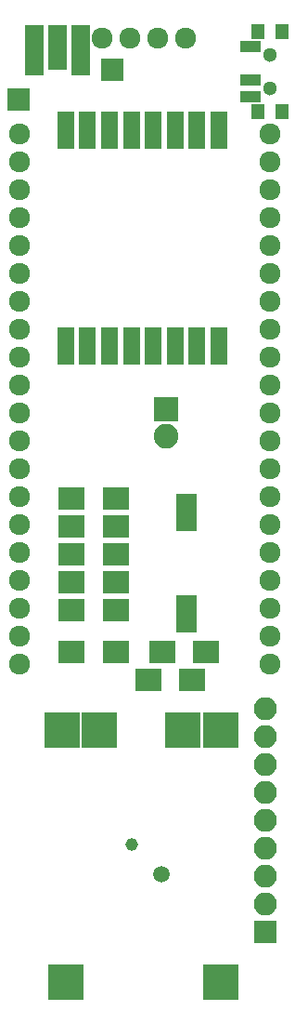
<source format=gbr>
G04 #@! TF.FileFunction,Soldermask,Bot*
%FSLAX46Y46*%
G04 Gerber Fmt 4.6, Leading zero omitted, Abs format (unit mm)*
G04 Created by KiCad (PCBNEW 4.0.4-stable) date 06/30/17 00:29:43*
%MOMM*%
%LPD*%
G01*
G04 APERTURE LIST*
%ADD10C,0.100000*%
%ADD11R,1.670000X4.591000*%
%ADD12R,1.670000X4.083000*%
%ADD13R,2.400000X2.000000*%
%ADD14C,1.924000*%
%ADD15R,2.250000X2.250000*%
%ADD16C,2.250000*%
%ADD17R,2.400000X2.100000*%
%ADD18C,1.300000*%
%ADD19R,1.900000X1.100000*%
%ADD20R,1.200000X1.400000*%
%ADD21C,1.160000*%
%ADD22C,1.500000*%
%ADD23R,3.200000X3.200000*%
%ADD24R,1.600000X3.400000*%
%ADD25R,1.924000X3.400000*%
%ADD26R,2.100000X2.100000*%
%ADD27O,2.100000X2.100000*%
G04 APERTURE END LIST*
D10*
D11*
X56781700Y-49339500D03*
X61074300Y-49339500D03*
D12*
X58928000Y-49085500D03*
D11*
X56781700Y-49339500D03*
X61074300Y-49339500D03*
D13*
X60230000Y-90170000D03*
X64230000Y-90170000D03*
X60230000Y-95250000D03*
X64230000Y-95250000D03*
X60230000Y-92710000D03*
X64230000Y-92710000D03*
D14*
X62992000Y-48260000D03*
X65532000Y-48260000D03*
X68072000Y-48260000D03*
X70612000Y-48260000D03*
D15*
X68834000Y-82042000D03*
D16*
X68834000Y-84542000D03*
D17*
X64230000Y-100330000D03*
X60230000Y-100330000D03*
X60230000Y-97790000D03*
X64230000Y-97790000D03*
X71215000Y-106680000D03*
X67215000Y-106680000D03*
X64230000Y-104140000D03*
X60230000Y-104140000D03*
X72485000Y-104140000D03*
X68485000Y-104140000D03*
D18*
X78308000Y-49808000D03*
X78308000Y-52808000D03*
D19*
X76548000Y-49058000D03*
X76548000Y-52058000D03*
X76548000Y-53558000D03*
D20*
X79408000Y-47658000D03*
X79408000Y-54958000D03*
X77198000Y-54958000D03*
X77198000Y-47658000D03*
D21*
X65743204Y-121708796D03*
D22*
X68430210Y-124395802D03*
D14*
X55499000Y-57023000D03*
X55499000Y-59563000D03*
X55499000Y-62103000D03*
X55499000Y-64643000D03*
X55499000Y-67183000D03*
X55499000Y-69723000D03*
X55499000Y-72263000D03*
X55499000Y-74803000D03*
X55499000Y-77343000D03*
X55499000Y-79883000D03*
X55499000Y-82423000D03*
X55499000Y-84963000D03*
X55499000Y-87503000D03*
X55499000Y-90043000D03*
X55499000Y-92583000D03*
X55499000Y-95123000D03*
X55499000Y-97663000D03*
X55499000Y-100203000D03*
X55499000Y-102743000D03*
X55499000Y-105283000D03*
X78359000Y-57023000D03*
X78359000Y-59563000D03*
X78359000Y-62103000D03*
X78359000Y-64643000D03*
X78359000Y-67183000D03*
X78359000Y-69723000D03*
X78359000Y-72263000D03*
X78359000Y-74803000D03*
X78359000Y-77343000D03*
X78359000Y-79883000D03*
X78359000Y-82423000D03*
X78359000Y-84963000D03*
X78359000Y-87503000D03*
X78359000Y-90043000D03*
X78359000Y-92583000D03*
X78359000Y-95123000D03*
X78359000Y-97663000D03*
X78359000Y-100203000D03*
X78359000Y-102743000D03*
X78359000Y-105283000D03*
D23*
X62765000Y-111290000D03*
X70365000Y-111290000D03*
X59365000Y-111290000D03*
X73865000Y-111290000D03*
X59665000Y-134190000D03*
X73865000Y-134190000D03*
D24*
X73660000Y-76330000D03*
X71660000Y-76330000D03*
X69660000Y-76330000D03*
X67660000Y-76330000D03*
X65660000Y-76330000D03*
X63660000Y-76330000D03*
X61660000Y-76330000D03*
X59660000Y-76330000D03*
X59660000Y-56630000D03*
X61660000Y-56630000D03*
X63660000Y-56630000D03*
X65660000Y-56630000D03*
X67660000Y-56630000D03*
X69660000Y-56630000D03*
X71660000Y-56630000D03*
X73660000Y-56630000D03*
D25*
X70688200Y-91465400D03*
X70688200Y-100711000D03*
D26*
X77914500Y-129667000D03*
D27*
X77914500Y-127127000D03*
X77914500Y-124587000D03*
X77914500Y-122047000D03*
X77914500Y-119507000D03*
X77914500Y-116967000D03*
X77914500Y-114427000D03*
X77914500Y-111887000D03*
X77914500Y-109347000D03*
D26*
X63944500Y-51117500D03*
X55372000Y-53848000D03*
M02*

</source>
